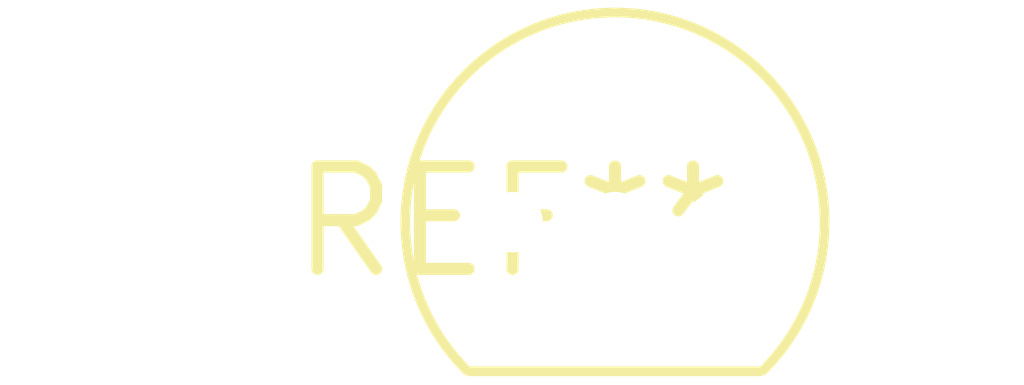
<source format=kicad_pcb>
(kicad_pcb (version 20240108) (generator pcbnew)
  (layers (0 "F.Cu" signal) (31 "B.Cu" signal) (34 "B.Paste" user) (35 "F.Paste" user) (36 "B.SilkS" user "B.Silkscreen") (37 "F.SilkS" user "F.Silkscreen") (38 "B.Mask" user) (39 "F.Mask" user) (44 "Edge.Cuts" user))
  (net 0 "")
  (footprint "TO-92_Inline" (layer "F.Cu") (at 0 0)
    (property "Reference" "REF**")
    (property "Value" "TO-92_Inline")
    (fp_line (start -0.53 1.85) (end 3.07 1.85) (layer "F.SilkS") (stroke (width 0.12)))
    (fp_arc (start -0.568478 1.838478) (mid -1.132087 -0.994977) (end 1.27 -2.6) (layer "F.SilkS") (stroke (width 0.12)))
    (fp_arc (start 1.27 -2.6) (mid 3.672087 -0.994977) (end 3.108478 1.838478) (layer "F.SilkS") (stroke (width 0.12)))
    (pad "1" thru_hole rect (at 0 0) (size 1.05 1.5) (drill 0.75) (layers *.Cu *.Mask) (remove_unused_layers))
    (pad "2" thru_hole oval (at 1.27 0) (size 1.05 1.5) (drill 0.75) (layers *.Cu *.Mask) (remove_unused_layers))
    (pad "3" thru_hole oval (at 2.54 0) (size 1.05 1.5) (drill 0.75) (layers *.Cu *.Mask) (remove_unused_layers))
  )
)
</source>
